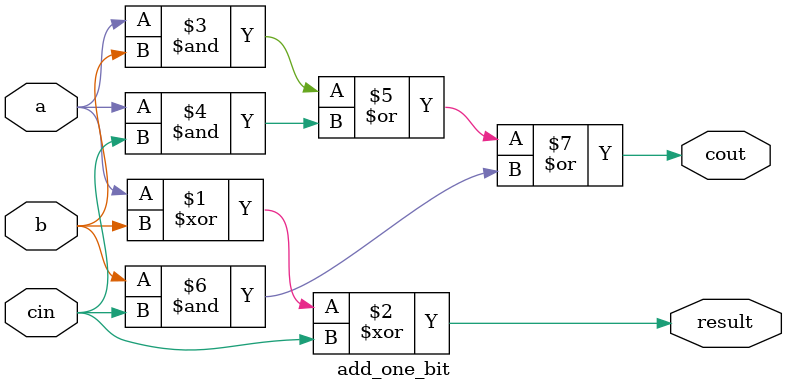
<source format=sv>
`timescale 1ns / 1ps


module add_one_bit(
    input logic a, b, cin,
    output logic cout, result
    );
    
    assign result = a ^ b ^ cin;
    assign cout = (a&b) | (a&cin) | (b&cin);
endmodule

</source>
